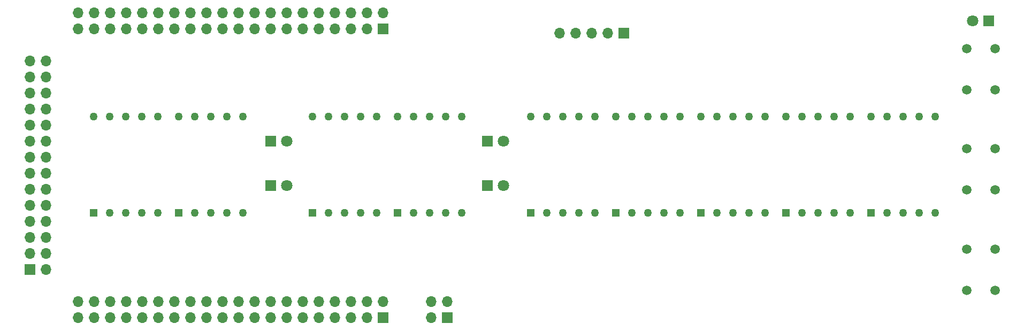
<source format=gbr>
%TF.GenerationSoftware,KiCad,Pcbnew,(5.1.9)-1*%
%TF.CreationDate,2021-02-03T14:21:07-06:00*%
%TF.ProjectId,GPS_Clock_Ver2,4750535f-436c-46f6-936b-5f566572322e,rev?*%
%TF.SameCoordinates,Original*%
%TF.FileFunction,Soldermask,Bot*%
%TF.FilePolarity,Negative*%
%FSLAX46Y46*%
G04 Gerber Fmt 4.6, Leading zero omitted, Abs format (unit mm)*
G04 Created by KiCad (PCBNEW (5.1.9)-1) date 2021-02-03 14:21:07*
%MOMM*%
%LPD*%
G01*
G04 APERTURE LIST*
%ADD10R,1.700000X1.700000*%
%ADD11O,1.700000X1.700000*%
%ADD12C,1.275000*%
%ADD13R,1.275000X1.275000*%
%ADD14C,1.800000*%
%ADD15R,1.800000X1.800000*%
%ADD16C,1.500000*%
G04 APERTURE END LIST*
D10*
%TO.C,J3*%
X110490000Y-92710000D03*
D11*
X113030000Y-92710000D03*
X110490000Y-90170000D03*
X113030000Y-90170000D03*
X110490000Y-87630000D03*
X113030000Y-87630000D03*
X110490000Y-85090000D03*
X113030000Y-85090000D03*
X110490000Y-82550000D03*
X113030000Y-82550000D03*
X110490000Y-80010000D03*
X113030000Y-80010000D03*
X110490000Y-77470000D03*
X113030000Y-77470000D03*
X110490000Y-74930000D03*
X113030000Y-74930000D03*
X110490000Y-72390000D03*
X113030000Y-72390000D03*
X110490000Y-69850000D03*
X113030000Y-69850000D03*
X110490000Y-67310000D03*
X113030000Y-67310000D03*
X110490000Y-64770000D03*
X113030000Y-64770000D03*
X110490000Y-62230000D03*
X113030000Y-62230000D03*
X110490000Y-59690000D03*
X113030000Y-59690000D03*
%TD*%
D12*
%TO.C,DS1*%
X120606001Y-68463001D03*
X123146001Y-68463001D03*
X125686001Y-68463001D03*
X128226001Y-68463001D03*
X130766001Y-68463001D03*
X130766001Y-83703001D03*
X128226001Y-83703001D03*
X125686001Y-83703001D03*
X123146001Y-83703001D03*
D13*
X120606001Y-83703001D03*
%TD*%
%TO.C,DS2*%
X134071001Y-83703001D03*
D12*
X136611001Y-83703001D03*
X139151001Y-83703001D03*
X141691001Y-83703001D03*
X144231001Y-83703001D03*
X144231001Y-68463001D03*
X141691001Y-68463001D03*
X139151001Y-68463001D03*
X136611001Y-68463001D03*
X134071001Y-68463001D03*
%TD*%
%TO.C,DS3*%
X155194000Y-68453000D03*
X157734000Y-68453000D03*
X160274000Y-68453000D03*
X162814000Y-68453000D03*
X165354000Y-68453000D03*
X165354000Y-83693000D03*
X162814000Y-83693000D03*
X160274000Y-83693000D03*
X157734000Y-83693000D03*
D13*
X155194000Y-83693000D03*
%TD*%
%TO.C,DS4*%
X168656000Y-83693000D03*
D12*
X171196000Y-83693000D03*
X173736000Y-83693000D03*
X176276000Y-83693000D03*
X178816000Y-83693000D03*
X178816000Y-68453000D03*
X176276000Y-68453000D03*
X173736000Y-68453000D03*
X171196000Y-68453000D03*
X168656000Y-68453000D03*
%TD*%
%TO.C,DS5*%
X189738000Y-68453000D03*
X192278000Y-68453000D03*
X194818000Y-68453000D03*
X197358000Y-68453000D03*
X199898000Y-68453000D03*
X199898000Y-83693000D03*
X197358000Y-83693000D03*
X194818000Y-83693000D03*
X192278000Y-83693000D03*
D13*
X189738000Y-83693000D03*
%TD*%
%TO.C,DS6*%
X203200000Y-83693000D03*
D12*
X205740000Y-83693000D03*
X208280000Y-83693000D03*
X210820000Y-83693000D03*
X213360000Y-83693000D03*
X213360000Y-68453000D03*
X210820000Y-68453000D03*
X208280000Y-68453000D03*
X205740000Y-68453000D03*
X203200000Y-68453000D03*
%TD*%
%TO.C,DS7*%
X216662000Y-68453000D03*
X219202000Y-68453000D03*
X221742000Y-68453000D03*
X224282000Y-68453000D03*
X226822000Y-68453000D03*
X226822000Y-83693000D03*
X224282000Y-83693000D03*
X221742000Y-83693000D03*
X219202000Y-83693000D03*
D13*
X216662000Y-83693000D03*
%TD*%
%TO.C,DS8*%
X230124000Y-83693000D03*
D12*
X232664000Y-83693000D03*
X235204000Y-83693000D03*
X237744000Y-83693000D03*
X240284000Y-83693000D03*
X240284000Y-68453000D03*
X237744000Y-68453000D03*
X235204000Y-68453000D03*
X232664000Y-68453000D03*
X230124000Y-68453000D03*
%TD*%
%TO.C,DS9*%
X243586000Y-68453000D03*
X246126000Y-68453000D03*
X248666000Y-68453000D03*
X251206000Y-68453000D03*
X253746000Y-68453000D03*
X253746000Y-83693000D03*
X251206000Y-83693000D03*
X248666000Y-83693000D03*
X246126000Y-83693000D03*
D13*
X243586000Y-83693000D03*
%TD*%
D10*
%TO.C,J1*%
X176530000Y-100330000D03*
D11*
X176530000Y-97790000D03*
X173990000Y-100330000D03*
X173990000Y-97790000D03*
%TD*%
D10*
%TO.C,J2*%
X166370000Y-54610000D03*
D11*
X166370000Y-52070000D03*
X163830000Y-54610000D03*
X163830000Y-52070000D03*
X161290000Y-54610000D03*
X161290000Y-52070000D03*
X158750000Y-54610000D03*
X158750000Y-52070000D03*
X156210000Y-54610000D03*
X156210000Y-52070000D03*
X153670000Y-54610000D03*
X153670000Y-52070000D03*
X151130000Y-54610000D03*
X151130000Y-52070000D03*
X148590000Y-54610000D03*
X148590000Y-52070000D03*
X146050000Y-54610000D03*
X146050000Y-52070000D03*
X143510000Y-54610000D03*
X143510000Y-52070000D03*
X140970000Y-54610000D03*
X140970000Y-52070000D03*
X138430000Y-54610000D03*
X138430000Y-52070000D03*
X135890000Y-54610000D03*
X135890000Y-52070000D03*
X133350000Y-54610000D03*
X133350000Y-52070000D03*
X130810000Y-54610000D03*
X130810000Y-52070000D03*
X128270000Y-54610000D03*
X128270000Y-52070000D03*
X125730000Y-54610000D03*
X125730000Y-52070000D03*
X123190000Y-54610000D03*
X123190000Y-52070000D03*
X120650000Y-54610000D03*
X120650000Y-52070000D03*
X118110000Y-54610000D03*
X118110000Y-52070000D03*
%TD*%
%TO.C,J4*%
X118110000Y-97790000D03*
X118110000Y-100330000D03*
X120650000Y-97790000D03*
X120650000Y-100330000D03*
X123190000Y-97790000D03*
X123190000Y-100330000D03*
X125730000Y-97790000D03*
X125730000Y-100330000D03*
X128270000Y-97790000D03*
X128270000Y-100330000D03*
X130810000Y-97790000D03*
X130810000Y-100330000D03*
X133350000Y-97790000D03*
X133350000Y-100330000D03*
X135890000Y-97790000D03*
X135890000Y-100330000D03*
X138430000Y-97790000D03*
X138430000Y-100330000D03*
X140970000Y-97790000D03*
X140970000Y-100330000D03*
X143510000Y-97790000D03*
X143510000Y-100330000D03*
X146050000Y-97790000D03*
X146050000Y-100330000D03*
X148590000Y-97790000D03*
X148590000Y-100330000D03*
X151130000Y-97790000D03*
X151130000Y-100330000D03*
X153670000Y-97790000D03*
X153670000Y-100330000D03*
X156210000Y-97790000D03*
X156210000Y-100330000D03*
X158750000Y-97790000D03*
X158750000Y-100330000D03*
X161290000Y-97790000D03*
X161290000Y-100330000D03*
X163830000Y-97790000D03*
X163830000Y-100330000D03*
X166370000Y-97790000D03*
D10*
X166370000Y-100330000D03*
%TD*%
D14*
%TO.C,D1*%
X151130000Y-72390000D03*
D15*
X148590000Y-72390000D03*
%TD*%
%TO.C,D2*%
X148590000Y-79375000D03*
D14*
X151130000Y-79375000D03*
%TD*%
%TO.C,D3*%
X185420000Y-72390000D03*
D15*
X182880000Y-72390000D03*
%TD*%
%TO.C,D4*%
X182880000Y-79375000D03*
D14*
X185420000Y-79375000D03*
%TD*%
D10*
%TO.C,J5*%
X204470000Y-55245000D03*
D11*
X201930000Y-55245000D03*
X199390000Y-55245000D03*
X196850000Y-55245000D03*
X194310000Y-55245000D03*
%TD*%
D16*
%TO.C,S1*%
X263235000Y-57710000D03*
X263235000Y-64210000D03*
X258735000Y-57710000D03*
X258735000Y-64210000D03*
%TD*%
%TO.C,S2*%
X258735000Y-80085000D03*
X258735000Y-73585000D03*
X263235000Y-80085000D03*
X263235000Y-73585000D03*
%TD*%
%TO.C,S3*%
X263235000Y-89460000D03*
X263235000Y-95960000D03*
X258735000Y-89460000D03*
X258735000Y-95960000D03*
%TD*%
D15*
%TO.C,D5*%
X262255000Y-53340000D03*
D14*
X259715000Y-53340000D03*
%TD*%
M02*

</source>
